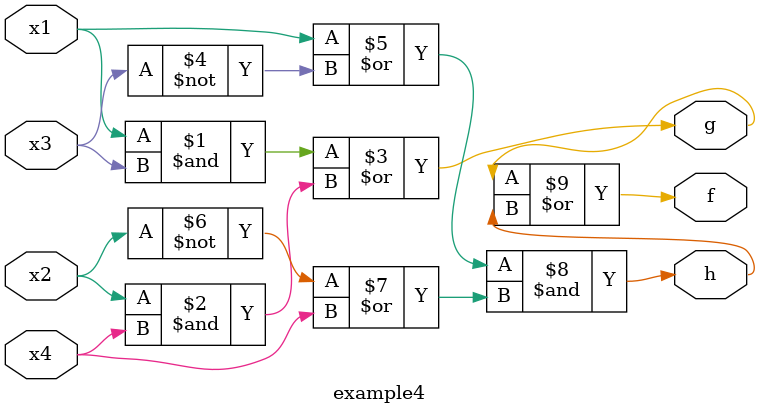
<source format=v>
module example4 (x1, x2, x3, x4, f, g, h);
	input x1, x2, x3, x4;
	output f, g, h;
	
	assign g = (x1 & x3) | (x2 & x4);
	assign h = (x1 | ~x3) & (~x2 | x4);
	assign f = g | h;
	
endmodule
</source>
